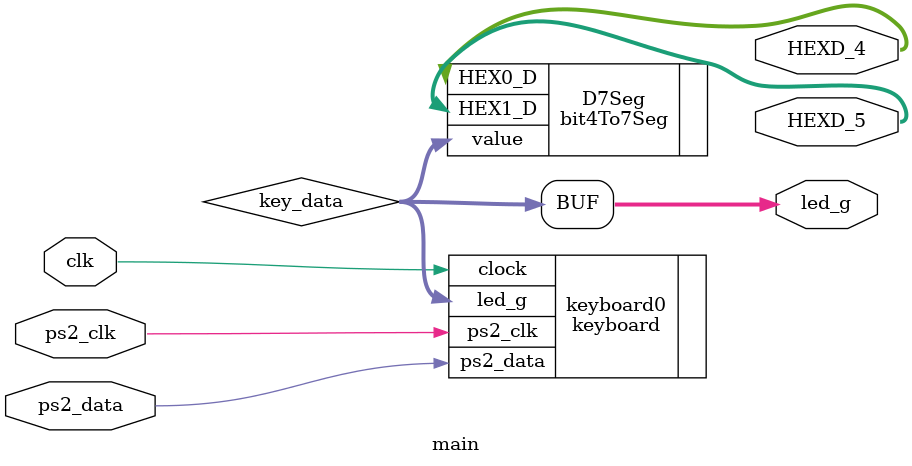
<source format=sv>
module main(
  input clk,
  input ps2_data,
  input ps2_clk,
  output logic [7:0] led_g,
  output logic [6:0] HEXD_5,
  output logic [6:0] HEXD_4
);

logic [7:0] key_data;

keyboard keyboard0 (.clock(clk), .ps2_data (ps2_data), .ps2_clk (ps2_clk), .led_g(key_data));
bit4To7Seg D7Seg (.value(key_data) , .HEX0_D(HEXD_4), .HEX1_D(HEXD_5));

always_comb led_g = key_data;

endmodule

</source>
